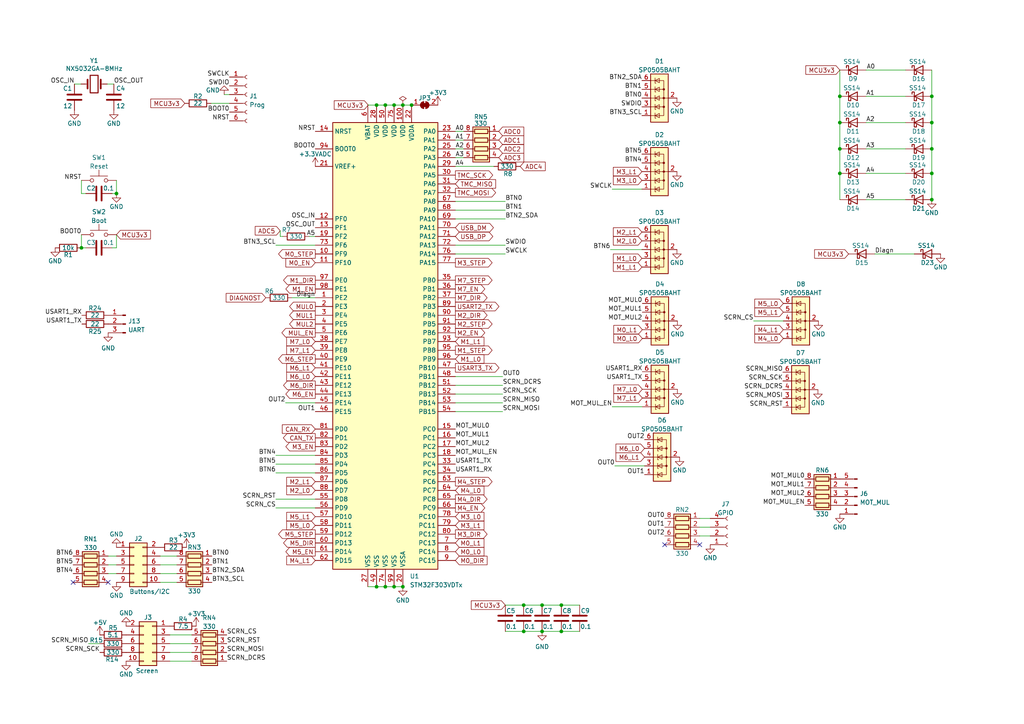
<source format=kicad_sch>
(kicad_sch (version 20211123) (generator eeschema)
  (paper "A4")
  (junction (at 151.892 175.514))
  (junction (at 23.622 71.882))
  (junction (at 243.586 27.94))
  (junction (at 270.256 43.18))
  (junction (at 157.226 183.134))
  (junction (at 109.22 170.18))
  (junction (at 116.84 170.18))
  (junction (at 111.76 30.48))
  (junction (at 119.38 30.48))
  (junction (at 157.226 175.514))
  (junction (at 243.586 43.18))
  (junction (at 243.586 35.56))
  (junction (at 109.22 30.48))
  (junction (at 270.256 35.56))
  (junction (at 114.3 30.48))
  (junction (at 162.814 175.514))
  (junction (at 111.76 170.18))
  (junction (at 114.3 170.18))
  (junction (at 33.782 56.134))
  (junction (at 270.256 57.912))
  (junction (at 270.256 50.292))
  (junction (at 151.892 183.134))
  (junction (at 270.256 27.94))
  (junction (at 162.814 183.134))
  (junction (at 243.586 50.292))
  (junction (at 116.84 30.48))
  (no_connect (at 21.209 168.91))
  (no_connect (at 31.369 168.91))
  (no_connect (at 192.786 157.988))
  (no_connect (at 202.946 157.988))
  (wire (pts (xy 270.256 35.56) (xy 270.256 43.18)))
  (wire (pts (xy 49.276 186.69) (xy 55.626 186.69)))
  (wire (pts (xy 251.206 20.32) (xy 262.636 20.32)))
  (wire (pts (xy 114.3 170.18) (xy 116.84 170.18)))
  (wire (pts (xy 84.709 86.36) (xy 91.44 86.36)))
  (wire (pts (xy 106.68 170.18) (xy 109.22 170.18)))
  (wire (pts (xy 32.512 71.882) (xy 33.782 71.882)))
  (wire (pts (xy 145.796 114.3) (xy 132.08 114.3)))
  (wire (pts (xy 46.482 163.83) (xy 51.308 163.83)))
  (wire (pts (xy 81.28 68.58) (xy 82.042 68.58)))
  (wire (pts (xy 251.206 50.292) (xy 262.636 50.292)))
  (wire (pts (xy 162.814 175.514) (xy 168.148 175.514)))
  (wire (pts (xy 80.01 134.62) (xy 91.44 134.62)))
  (wire (pts (xy 146.558 63.5) (xy 132.08 63.5)))
  (wire (pts (xy 157.226 183.134) (xy 162.814 183.134)))
  (wire (pts (xy 82.804 116.84) (xy 91.44 116.84)))
  (wire (pts (xy 243.586 50.292) (xy 243.586 57.912)))
  (wire (pts (xy 33.02 24.384) (xy 31.115 24.384)))
  (wire (pts (xy 134.493 45.72) (xy 132.08 45.72)))
  (wire (pts (xy 46.482 161.29) (xy 51.308 161.29)))
  (wire (pts (xy 23.622 56.134) (xy 23.622 52.324)))
  (wire (pts (xy 145.796 111.76) (xy 132.08 111.76)))
  (wire (pts (xy 116.84 30.48) (xy 119.38 30.48)))
  (wire (pts (xy 89.662 68.58) (xy 91.44 68.58)))
  (wire (pts (xy 251.206 57.912) (xy 262.636 57.912)))
  (wire (pts (xy 31.369 166.37) (xy 33.782 166.37)))
  (wire (pts (xy 151.892 175.514) (xy 157.226 175.514)))
  (wire (pts (xy 33.782 52.324) (xy 33.782 56.134)))
  (wire (pts (xy 65.024 27.432) (xy 66.548 27.432)))
  (wire (pts (xy 114.3 30.48) (xy 116.84 30.48)))
  (wire (pts (xy 80.01 71.12) (xy 91.44 71.12)))
  (wire (pts (xy 270.256 27.94) (xy 270.256 35.56)))
  (wire (pts (xy 251.206 43.18) (xy 262.636 43.18)))
  (wire (pts (xy 251.206 35.56) (xy 262.636 35.56)))
  (wire (pts (xy 251.206 27.94) (xy 262.636 27.94)))
  (wire (pts (xy 145.796 119.38) (xy 132.08 119.38)))
  (wire (pts (xy 134.493 43.18) (xy 132.08 43.18)))
  (wire (pts (xy 80.01 144.78) (xy 91.44 144.78)))
  (wire (pts (xy 46.482 168.91) (xy 51.308 168.91)))
  (wire (pts (xy 218.567 93.091) (xy 227.203 93.091)))
  (wire (pts (xy 109.22 30.48) (xy 111.76 30.48)))
  (wire (pts (xy 243.586 27.94) (xy 243.586 35.56)))
  (wire (pts (xy 23.622 68.072) (xy 23.622 71.882)))
  (wire (pts (xy 178.308 135.128) (xy 186.944 135.128)))
  (wire (pts (xy 49.276 184.15) (xy 55.626 184.15)))
  (wire (pts (xy 132.08 48.26) (xy 143.256 48.26)))
  (wire (pts (xy 31.369 163.83) (xy 33.782 163.83)))
  (wire (pts (xy 33.782 71.882) (xy 33.782 68.072)))
  (wire (pts (xy 202.946 152.908) (xy 205.994 152.908)))
  (wire (pts (xy 81.28 66.929) (xy 81.28 68.58)))
  (wire (pts (xy 31.369 161.29) (xy 33.782 161.29)))
  (wire (pts (xy 146.558 175.514) (xy 151.892 175.514)))
  (wire (pts (xy 253.746 73.66) (xy 265.176 73.66)))
  (wire (pts (xy 21.59 24.384) (xy 23.495 24.384)))
  (wire (pts (xy 49.276 189.23) (xy 55.626 189.23)))
  (wire (pts (xy 243.586 35.56) (xy 243.586 43.18)))
  (wire (pts (xy 151.892 183.134) (xy 157.226 183.134)))
  (wire (pts (xy 80.01 132.08) (xy 91.44 132.08)))
  (wire (pts (xy 157.226 175.514) (xy 162.814 175.514)))
  (wire (pts (xy 177.546 54.864) (xy 186.182 54.864)))
  (wire (pts (xy 202.946 150.368) (xy 205.994 150.368)))
  (wire (pts (xy 61.214 29.972) (xy 66.548 29.972)))
  (wire (pts (xy 146.558 183.134) (xy 151.892 183.134)))
  (wire (pts (xy 46.482 166.37) (xy 51.308 166.37)))
  (wire (pts (xy 177.038 72.39) (xy 186.182 72.39)))
  (wire (pts (xy 109.22 170.18) (xy 111.76 170.18)))
  (wire (pts (xy 23.622 71.882) (xy 24.892 71.882)))
  (wire (pts (xy 132.08 73.66) (xy 146.558 73.66)))
  (wire (pts (xy 202.946 155.448) (xy 205.994 155.448)))
  (wire (pts (xy 134.493 40.64) (xy 132.08 40.64)))
  (wire (pts (xy 177.546 117.983) (xy 186.309 117.983)))
  (wire (pts (xy 146.558 58.42) (xy 132.08 58.42)))
  (wire (pts (xy 270.256 20.32) (xy 270.256 27.94)))
  (wire (pts (xy 134.493 38.1) (xy 132.08 38.1)))
  (wire (pts (xy 270.256 50.292) (xy 270.256 57.912)))
  (wire (pts (xy 33.782 56.134) (xy 32.512 56.134)))
  (wire (pts (xy 132.08 71.12) (xy 146.558 71.12)))
  (wire (pts (xy 111.76 170.18) (xy 114.3 170.18)))
  (wire (pts (xy 145.796 116.84) (xy 132.08 116.84)))
  (wire (pts (xy 111.76 30.48) (xy 114.3 30.48)))
  (wire (pts (xy 49.276 191.77) (xy 55.626 191.77)))
  (wire (pts (xy 243.586 20.32) (xy 243.586 27.94)))
  (wire (pts (xy 25.654 186.69) (xy 28.956 186.69)))
  (wire (pts (xy 80.01 147.32) (xy 91.44 147.32)))
  (wire (pts (xy 80.01 137.16) (xy 91.44 137.16)))
  (wire (pts (xy 145.796 109.22) (xy 132.08 109.22)))
  (wire (pts (xy 106.68 30.48) (xy 109.22 30.48)))
  (wire (pts (xy 162.814 183.134) (xy 168.148 183.134)))
  (wire (pts (xy 24.892 56.134) (xy 23.622 56.134)))
  (wire (pts (xy 270.256 43.18) (xy 270.256 50.292)))
  (wire (pts (xy 146.558 60.96) (xy 132.08 60.96)))
  (wire (pts (xy 243.586 43.18) (xy 243.586 50.292)))
  (label "BTN0" (at 146.558 58.42 0))
  (label "USART1_TX" (at 132.08 134.62 0))
  (label "SCRN_MOSI" (at 65.786 189.23 0))
  (label "MOT_MUL1" (at 186.309 90.551 180))
  (label "BTN3_SCL" (at 80.01 71.12 180))
  (label "USART1_RX" (at 23.749 91.44 180))
  (label "SCRN_RST" (at 227.076 118.11 180))
  (label "A5" (at 91.44 68.58 180))
  (label "BTN5" (at 21.209 163.83 180))
  (label "BTN2_SDA" (at 186.182 23.368 180))
  (label "OUT0" (at 178.308 135.128 180))
  (label "NRST" (at 91.44 38.1 180))
  (label "BTN5" (at 80.01 134.62 180))
  (label "USART1_RX" (at 186.309 107.823 180))
  (label "SCRN_SCK" (at 28.956 189.23 180))
  (label "MOT_MUL_EN" (at 233.426 146.558 180))
  (label "BTN4" (at 21.209 166.37 180))
  (label "BTN0" (at 186.182 28.448 180))
  (label "SCRN_SCK" (at 145.796 114.3 0))
  (label "SCRN_DCRS" (at 227.076 113.03 180))
  (label "SWCLK" (at 177.546 54.864 180))
  (label "A0" (at 132.08 38.1 0))
  (label "BTN1" (at 146.558 60.96 0))
  (label "OSC_IN" (at 91.44 63.5 180))
  (label "MOT_MUL2" (at 186.309 93.091 180))
  (label "BTN1" (at 61.468 163.83 0))
  (label "BOOT0" (at 23.622 68.072 180))
  (label "BTN4" (at 80.01 132.08 180))
  (label "A4" (at 251.206 50.292 0))
  (label "SWCLK" (at 66.548 22.352 180))
  (label "BTN1" (at 186.182 25.908 180))
  (label "SCRN_MISO" (at 227.076 107.95 180))
  (label "A1" (at 251.206 27.94 0))
  (label "MOT_MUL1" (at 132.08 127 0))
  (label "SCRN_DCRS" (at 65.786 191.77 0))
  (label "SWCLK" (at 146.558 73.66 0))
  (label "OUT1" (at 186.944 137.668 180))
  (label "MOT_MUL0" (at 186.309 88.011 180))
  (label "SCRN_RST" (at 65.786 186.69 0))
  (label "NRST" (at 66.548 35.052 180))
  (label "Diagn" (at 91.44 86.36 180))
  (label "BTN3_SCL" (at 186.182 33.528 180))
  (label "BTN5" (at 186.182 44.704 180))
  (label "Diagn" (at 253.746 73.66 0))
  (label "MOT_MUL2" (at 233.426 144.018 180))
  (label "SCRN_MOSI" (at 227.076 115.57 180))
  (label "BTN2_SDA" (at 61.468 166.37 0))
  (label "OUT0" (at 145.796 109.22 0))
  (label "OSC_IN" (at 21.59 24.384 180))
  (label "SCRN_CS" (at 80.01 147.32 180))
  (label "SCRN_CS" (at 65.786 184.15 0))
  (label "SCRN_MISO" (at 145.796 116.84 0))
  (label "A0" (at 251.333 20.32 0))
  (label "OSC_OUT" (at 91.44 66.04 180))
  (label "MOT_MUL_EN" (at 132.08 132.08 0))
  (label "OUT2" (at 82.804 116.84 180))
  (label "A3" (at 132.08 45.72 0))
  (label "SCRN_MISO" (at 25.654 186.69 180))
  (label "BTN3_SCL" (at 61.468 168.91 0))
  (label "USART1_TX" (at 23.749 93.98 180))
  (label "A1" (at 132.08 40.64 0))
  (label "SCRN_MOSI" (at 145.796 119.38 0))
  (label "OUT2" (at 192.786 155.448 180))
  (label "SWDIO" (at 146.558 71.12 0))
  (label "USART1_RX" (at 132.08 137.16 0))
  (label "SWDIO" (at 186.182 30.988 180))
  (label "MOT_MUL1" (at 233.426 141.478 180))
  (label "SCRN_SCK" (at 227.076 110.49 180))
  (label "MOT_MUL_EN" (at 177.546 117.983 180))
  (label "BTN0" (at 61.468 161.29 0))
  (label "BOOT0" (at 91.44 43.18 180))
  (label "BOOT0" (at 66.548 32.512 180))
  (label "OUT1" (at 91.44 119.38 180))
  (label "BTN2_SDA" (at 146.558 63.5 0))
  (label "OUT2" (at 186.944 127.508 180))
  (label "SCRN_CS" (at 218.567 93.091 180))
  (label "BTN6" (at 21.209 161.29 180))
  (label "SCRN_DCRS" (at 145.796 111.76 0))
  (label "SWDIO" (at 66.548 24.892 180))
  (label "OUT1" (at 192.786 152.908 180))
  (label "OSC_OUT" (at 33.02 24.384 0))
  (label "A5" (at 251.206 57.912 0))
  (label "OUT0" (at 192.786 150.368 180))
  (label "USART1_TX" (at 186.309 110.363 180))
  (label "SCRN_RST" (at 80.01 144.78 180))
  (label "BTN6" (at 177.038 72.39 180))
  (label "BTN6" (at 80.01 137.16 180))
  (label "MOT_MUL0" (at 132.08 124.46 0))
  (label "MOT_MUL0" (at 233.426 138.938 180))
  (label "MOT_MUL2" (at 132.08 129.54 0))
  (label "BTN4" (at 186.182 47.244 180))
  (label "A4" (at 132.08 48.26 0))
  (label "A2" (at 132.08 43.18 0))
  (label "A2" (at 251.206 35.56 0))
  (label "NRST" (at 23.622 52.324 180))
  (label "A3" (at 251.206 43.18 0))
  (global_label "M0_L0" (shape input) (at 186.309 98.171 180) (property "Intersheet References" "${INTERSHEET_REFS}" (effects hide)))
  (global_label "M4_L0" (shape input) (at 132.08 142.24 0) (property "Intersheet References" "${INTERSHEET_REFS}" (effects hide)))
  (global_label "M1_DIR" (shape output) (at 91.44 81.28 180) (property "Intersheet References" "${INTERSHEET_REFS}" (effects hide)))
  (global_label "M5_L0" (shape input) (at 91.44 152.4 180) (property "Intersheet References" "${INTERSHEET_REFS}" (effects hide)))
  (global_label "M5_L1" (shape input) (at 227.203 90.551 180) (property "Intersheet References" "${INTERSHEET_REFS}" (effects hide)))
  (global_label "MUL1" (shape output) (at 91.44 91.44 180) (property "Intersheet References" "${INTERSHEET_REFS}" (effects hide)))
  (global_label "M2_L0" (shape input) (at 91.44 142.24 180) (property "Intersheet References" "${INTERSHEET_REFS}" (effects hide)))
  (global_label "M7_EN" (shape output) (at 132.08 83.82 0) (property "Intersheet References" "${INTERSHEET_REFS}" (effects hide)))
  (global_label "M5_EN" (shape output) (at 91.44 160.02 180) (property "Intersheet References" "${INTERSHEET_REFS}" (effects hide)))
  (global_label "MCU3v3" (shape input) (at 106.807 30.48 180) (property "Intersheet References" "${INTERSHEET_REFS}" (effects hide)))
  (global_label "DIAGNOST" (shape input) (at 77.089 86.36 180) (property "Intersheet References" "${INTERSHEET_REFS}" (effects hide)))
  (global_label "M1_L1" (shape input) (at 186.182 77.47 180) (property "Intersheet References" "${INTERSHEET_REFS}" (effects hide)))
  (global_label "TMC_MISO" (shape input) (at 132.08 53.34 0) (property "Intersheet References" "${INTERSHEET_REFS}" (effects hide)))
  (global_label "CAN_RX" (shape input) (at 91.44 124.46 180) (property "Intersheet References" "${INTERSHEET_REFS}" (effects hide)))
  (global_label "MCU3v3" (shape input) (at 246.126 73.66 180) (property "Intersheet References" "${INTERSHEET_REFS}" (effects hide)))
  (global_label "M6_L0" (shape input) (at 186.944 130.048 180) (property "Intersheet References" "${INTERSHEET_REFS}" (effects hide)))
  (global_label "M3_L0" (shape input) (at 186.182 52.324 180) (property "Intersheet References" "${INTERSHEET_REFS}" (effects hide)))
  (global_label "M0_EN" (shape input) (at 91.44 76.2 180) (property "Intersheet References" "${INTERSHEET_REFS}" (effects hide)))
  (global_label "M6_L1" (shape input) (at 91.44 106.68 180) (property "Intersheet References" "${INTERSHEET_REFS}" (effects hide)))
  (global_label "MCU3v3" (shape input) (at 146.558 175.514 180) (property "Intersheet References" "${INTERSHEET_REFS}" (effects hide)))
  (global_label "M5_DIR" (shape output) (at 91.44 157.48 180) (property "Intersheet References" "${INTERSHEET_REFS}" (effects hide)))
  (global_label "M3_EN" (shape output) (at 91.44 129.54 180) (property "Intersheet References" "${INTERSHEET_REFS}" (effects hide)))
  (global_label "M7_L1" (shape input) (at 91.44 101.6 180) (property "Intersheet References" "${INTERSHEET_REFS}" (effects hide)))
  (global_label "M0_STEP" (shape output) (at 91.44 73.66 180) (property "Intersheet References" "${INTERSHEET_REFS}" (effects hide)))
  (global_label "ADC4" (shape input) (at 150.876 48.26 0) (property "Intersheet References" "${INTERSHEET_REFS}" (effects hide)))
  (global_label "M7_L0" (shape input) (at 186.309 112.903 180) (property "Intersheet References" "${INTERSHEET_REFS}" (effects hide)))
  (global_label "M2_L0" (shape input) (at 186.182 69.85 180) (property "Intersheet References" "${INTERSHEET_REFS}" (effects hide)))
  (global_label "M1_L1" (shape input) (at 132.08 99.06 0) (property "Intersheet References" "${INTERSHEET_REFS}" (effects hide)))
  (global_label "ADC2" (shape input) (at 144.653 43.18 0) (property "Intersheet References" "${INTERSHEET_REFS}" (effects hide)))
  (global_label "M7_STEP" (shape output) (at 132.08 81.28 0) (property "Intersheet References" "${INTERSHEET_REFS}" (effects hide)))
  (global_label "M6_L1" (shape input) (at 186.944 132.588 180) (property "Intersheet References" "${INTERSHEET_REFS}" (effects hide)))
  (global_label "MUL0" (shape output) (at 91.44 88.9 180) (property "Intersheet References" "${INTERSHEET_REFS}" (effects hide)))
  (global_label "M2_L1" (shape input) (at 186.182 67.31 180) (property "Intersheet References" "${INTERSHEET_REFS}" (effects hide)))
  (global_label "M0_DIR" (shape input) (at 132.08 162.56 0) (property "Intersheet References" "${INTERSHEET_REFS}" (effects hide)))
  (global_label "M1_EN" (shape output) (at 91.44 83.82 180) (property "Intersheet References" "${INTERSHEET_REFS}" (effects hide)))
  (global_label "M2_L1" (shape input) (at 91.44 139.7 180) (property "Intersheet References" "${INTERSHEET_REFS}" (effects hide)))
  (global_label "M2_EN" (shape output) (at 132.08 96.52 0) (property "Intersheet References" "${INTERSHEET_REFS}" (effects hide)))
  (global_label "M2_DIR" (shape output) (at 132.08 91.44 0) (property "Intersheet References" "${INTERSHEET_REFS}" (effects hide)))
  (global_label "MCU3v3" (shape input) (at 53.594 29.972 180) (property "Intersheet References" "${INTERSHEET_REFS}" (effects hide)))
  (global_label "M3_L1" (shape input) (at 132.08 152.4 0) (property "Intersheet References" "${INTERSHEET_REFS}" (effects hide)))
  (global_label "M4_L0" (shape input) (at 227.203 98.171 180) (property "Intersheet References" "${INTERSHEET_REFS}" (effects hide)))
  (global_label "M0_L1" (shape input) (at 132.08 157.48 0) (property "Intersheet References" "${INTERSHEET_REFS}" (effects hide)))
  (global_label "MCU3v3" (shape input) (at 33.782 68.072 0) (property "Intersheet References" "${INTERSHEET_REFS}" (effects hide)))
  (global_label "M6_DIR" (shape output) (at 91.44 111.76 180) (property "Intersheet References" "${INTERSHEET_REFS}" (effects hide)))
  (global_label "MUL_EN" (shape output) (at 91.44 96.52 180) (property "Intersheet References" "${INTERSHEET_REFS}" (effects hide)))
  (global_label "USB_DM" (shape bidirectional) (at 132.08 66.04 0) (property "Intersheet References" "${INTERSHEET_REFS}" (effects hide)))
  (global_label "M3_L0" (shape input) (at 132.08 149.86 0) (property "Intersheet References" "${INTERSHEET_REFS}" (effects hide)))
  (global_label "M4_STEP" (shape output) (at 132.08 139.7 0) (property "Intersheet References" "${INTERSHEET_REFS}" (effects hide)))
  (global_label "USART3_TX" (shape output) (at 132.08 106.68 0) (property "Intersheet References" "${INTERSHEET_REFS}" (effects hide)))
  (global_label "M4_L1" (shape input) (at 227.203 95.631 180) (property "Intersheet References" "${INTERSHEET_REFS}" (effects hide)))
  (global_label "TMC_SCK" (shape output) (at 132.08 50.8 0) (property "Intersheet References" "${INTERSHEET_REFS}" (effects hide)))
  (global_label "ADC0" (shape input) (at 144.653 38.1 0) (property "Intersheet References" "${INTERSHEET_REFS}" (effects hide)))
  (global_label "M0_L1" (shape input) (at 186.309 95.631 180) (property "Intersheet References" "${INTERSHEET_REFS}" (effects hide)))
  (global_label "M5_STEP" (shape output) (at 91.44 154.94 180) (property "Intersheet References" "${INTERSHEET_REFS}" (effects hide)))
  (global_label "MCU3v3" (shape input) (at 243.586 20.32 180) (property "Intersheet References" "${INTERSHEET_REFS}" (effects hide)))
  (global_label "M4_L1" (shape input) (at 91.44 162.56 180) (property "Intersheet References" "${INTERSHEET_REFS}" (effects hide)))
  (global_label "ADC1" (shape input) (at 144.653 40.64 0) (property "Intersheet References" "${INTERSHEET_REFS}" (effects hide)))
  (global_label "M4_DIR" (shape output) (at 132.08 144.78 0) (property "Intersheet References" "${INTERSHEET_REFS}" (effects hide)))
  (global_label "M5_L1" (shape input) (at 91.44 149.86 180) (property "Intersheet References" "${INTERSHEET_REFS}" (effects hide)))
  (global_label "CAN_TX" (shape output) (at 91.44 127 180) (property "Intersheet References" "${INTERSHEET_REFS}" (effects hide)))
  (global_label "TMC_MOSI" (shape output) (at 132.08 55.88 0) (property "Intersheet References" "${INTERSHEET_REFS}" (effects hide)))
  (global_label "M2_STEP" (shape output) (at 132.08 93.98 0) (property "Intersheet References" "${INTERSHEET_REFS}" (effects hide)))
  (global_label "M7_DIR" (shape output) (at 132.08 86.36 0) (property "Intersheet References" "${INTERSHEET_REFS}" (effects hide)))
  (global_label "MUL2" (shape output) (at 91.44 93.98 180) (property "Intersheet References" "${INTERSHEET_REFS}" (effects hide)))
  (global_label "M5_L0" (shape input) (at 227.203 88.011 180) (property "Intersheet References" "${INTERSHEET_REFS}" (effects hide)))
  (global_label "M1_STEP" (shape output) (at 132.08 101.6 0) (property "Intersheet References" "${INTERSHEET_REFS}" (effects hide)))
  (global_label "M0_L0" (shape input) (at 132.08 160.02 0) (property "Intersheet References" "${INTERSHEET_REFS}" (effects hide)))
  (global_label "M7_L0" (shape input) (at 91.44 99.06 180) (property "Intersheet References" "${INTERSHEET_REFS}" (effects hide)))
  (global_label "M6_STEP" (shape output) (at 91.44 104.14 180) (property "Intersheet References" "${INTERSHEET_REFS}" (effects hide)))
  (global_label "USB_DP" (shape bidirectional) (at 132.08 68.58 0) (property "Intersheet References" "${INTERSHEET_REFS}" (effects hide)))
  (global_label "M4_EN" (shape output) (at 132.08 147.32 0) (property "Intersheet References" "${INTERSHEET_REFS}" (effects hide)))
  (global_label "M7_L1" (shape input) (at 186.309 115.443 180) (property "Intersheet References" "${INTERSHEET_REFS}" (effects hide)))
  (global_label "M3_L1" (shape input) (at 186.182 49.784 180) (property "Intersheet References" "${INTERSHEET_REFS}" (effects hide)))
  (global_label "M3_STEP" (shape output) (at 132.08 76.2 0) (property "Intersheet References" "${INTERSHEET_REFS}" (effects hide)))
  (global_label "ADC5" (shape input) (at 81.28 66.929 180) (property "Intersheet References" "${INTERSHEET_REFS}" (effects hide)))
  (global_label "M1_L0" (shape input) (at 186.182 74.93 180) (property "Intersheet References" "${INTERSHEET_REFS}" (effects hide)))
  (global_label "ADC3" (shape input) (at 144.653 45.72 0) (property "Intersheet References" "${INTERSHEET_REFS}" (effects hide)))
  (global_label "M6_EN" (shape output) (at 91.44 114.3 180) (property "Intersheet References" "${INTERSHEET_REFS}" (effects hide)))
  (global_label "USART2_TX" (shape output) (at 132.08 88.9 0) (property "Intersheet References" "${INTERSHEET_REFS}" (effects hide)))
  (global_label "M1_L0" (shape input) (at 132.08 104.14 0) (property "Intersheet References" "${INTERSHEET_REFS}" (effects hide)))
  (global_label "M6_L0" (shape input) (at 91.44 109.22 180) (property "Intersheet References" "${INTERSHEET_REFS}" (effects hide)))
  (global_label "M3_DIR" (shape output) (at 132.08 154.94 0) (property "Intersheet References" "${INTERSHEET_REFS}" (effects hide)))
  (symbol (lib_id "Device:C") (at 157.226 179.324 0) (unit 1)
    (property "Reference" "C7" (at 157.48 177.165 0) (effects (justify left)))
    (property "Value" "0.1" (at 157.353 181.737 0) (effects (justify left)))
    (property "Footprint" "Capacitor_SMD:C_0603_1608Metric_Pad1.08x0.95mm_HandSolder" (effects hide))
  )
  (symbol (lib_id "stm32-rescue:GND") (at 36.576 181.61 180) (unit 1)
    (property "Reference" "#PWR0111" (effects hide))
    (property "Value" "GND" (at 36.576 177.8 0))
  )
  (symbol (lib_id "Device:R") (at 32.766 189.23 90) (unit 1)
    (property "Reference" "R14" (at 32.512 191.262 90))
    (property "Value" "330" (at 32.766 189.23 90))
    (property "Footprint" "Resistor_SMD:R_0603_1608Metric_Pad0.98x0.95mm_HandSolder" (effects hide))
  )
  (symbol (lib_id "Connector:Conn_01x06_Female") (at 71.628 27.432 0) (unit 1)
    (property "Reference" "J1" (at 72.3392 27.8673 0) (effects (justify left)))
    (property "Value" "Prog" (at 72.3392 30.4042 0) (effects (justify left)))
    (property "Footprint" "Connector_PinSocket_1.27mm:PinSocket_1x06_P1.27mm_Vertical" (effects hide))
  )
  (symbol (lib_id "Device:R") (at 57.404 29.972 90) (unit 1)
    (property "Reference" "R2" (at 57.404 27.94 90))
    (property "Value" "22" (at 57.404 29.972 90))
    (property "Footprint" "Resistor_SMD:R_0603_1608Metric_Pad0.98x0.95mm_HandSolder" (effects hide))
  )
  (symbol (lib_id "Device:R_Pack04") (at 238.506 144.018 90) (mirror x) (unit 1)
    (property "Reference" "RN6" (at 238.506 136.398 90))
    (property "Value" "330" (at 238.506 149.098 90))
    (property "Footprint" "Resistor_SMD:R_Array_Convex_4x0603" (effects hide))
  )
  (symbol (lib_id "power:GND") (at 116.84 170.18 0) (unit 1)
    (property "Reference" "#PWR07" (effects hide))
    (property "Value" "GND" (at 116.84 174.117 0))
  )
  (symbol (lib_id "power:+5V") (at 28.956 184.15 0) (unit 1)
    (property "Reference" "#PWR0116" (effects hide))
    (property "Value" "+5V" (at 28.956 180.5742 0))
  )
  (symbol (lib_id "Device:D_Schottky") (at 266.446 35.56 0) (unit 1)
    (property "Reference" "D18" (at 266.446 38.1 0))
    (property "Value" "SS14" (at 266.1285 33.1271 0))
    (property "Footprint" "Diode_SMD:D_SOD-323_HandSoldering" (effects hide))
  )
  (symbol (lib_id "power:+3V3") (at 127 30.48 0) (unit 1)
    (property "Reference" "#PWR08" (effects hide))
    (property "Value" "+3V3" (at 127 26.9042 0))
  )
  (symbol (lib_id "MCU_ST_STM32F3:STM32F303VDTx") (at 111.76 99.06 0) (unit 1)
    (property "Reference" "U1" (at 118.8594 167.1304 0) (effects (justify left)))
    (property "Value" "STM32F303VDTx" (at 118.8594 169.6673 0) (effects (justify left)))
    (property "Footprint" "Package_QFP:LQFP-100_14x14mm_P0.5mm" (effects hide))
    (property "Datasheet" "http://www.st.com/st-web-ui/static/active/en/resource/technical/document/datasheet/DM00118585.pdf" (effects hide))
  )
  (symbol (lib_id "Connector:Conn_01x04_Female") (at 211.074 155.448 0) (mirror x) (unit 1)
    (property "Reference" "J7" (at 210.439 146.211 0))
    (property "Value" "GPIO" (at 210.439 148.7479 0))
    (property "Footprint" "Connector_JST:JST_PH_B4B-PH-K_1x04_P2.00mm_Vertical" (effects hide))
  )
  (symbol (lib_id "Device:D_Schottky") (at 247.396 43.18 0) (unit 1)
    (property "Reference" "D12" (at 247.396 45.72 0))
    (property "Value" "SS14" (at 247.0785 40.7471 0))
    (property "Footprint" "Diode_SMD:D_SOD-323_HandSoldering" (effects hide))
  )
  (symbol (lib_id "Device:C") (at 162.814 179.324 0) (unit 1)
    (property "Reference" "C8" (at 163.068 177.165 0) (effects (justify left)))
    (property "Value" "0.1" (at 162.941 181.737 0) (effects (justify left)))
    (property "Footprint" "Capacitor_SMD:C_0603_1608Metric_Pad1.08x0.95mm_HandSolder" (effects hide))
  )
  (symbol (lib_id "Device:R") (at 53.086 181.61 90) (unit 1)
    (property "Reference" "R4" (at 53.086 179.578 90))
    (property "Value" "7.5" (at 53.086 181.61 90))
    (property "Footprint" "Resistor_SMD:R_0603_1608Metric_Pad0.98x0.95mm_HandSolder" (effects hide))
  )
  (symbol (lib_id "Switch:SW_Push") (at 28.702 52.324 0) (unit 1)
    (property "Reference" "SW1" (at 28.702 45.7032 0))
    (property "Value" "Reset" (at 28.702 48.2401 0))
    (property "Footprint" "Button_Switch_SMD:SW_SPST_FSMSM" (effects hide))
  )
  (symbol (lib_id "stm32-rescue:GND") (at 197.104 132.588 0) (unit 1)
    (property "Reference" "#PWR0110" (effects hide))
    (property "Value" "GND" (at 197.104 136.398 0))
  )
  (symbol (lib_id "Device:D_Schottky") (at 249.936 73.66 0) (unit 1)
    (property "Reference" "D15" (at 249.936 76.2 0))
    (property "Value" "SS14" (at 249.6185 71.2271 0))
    (property "Footprint" "Diode_SMD:D_SOD-323_HandSoldering" (effects hide))
  )
  (symbol (lib_id "stm32-rescue:GND") (at 237.236 113.03 0) (unit 1)
    (property "Reference" "#PWR0106" (effects hide))
    (property "Value" "GND" (at 237.236 116.84 0))
  )
  (symbol (lib_id "Device:R_Pack04") (at 139.573 43.18 90) (mirror x) (unit 1)
    (property "Reference" "RN5" (at 139.446 33.909 90))
    (property "Value" "330" (at 139.446 35.814 90))
    (property "Footprint" "Resistor_SMD:R_Array_Convex_4x0603" (effects hide))
  )
  (symbol (lib_id "Connector_Generic:Conn_02x05_Odd_Even") (at 44.196 186.69 0) (mirror y) (unit 1)
    (property "Reference" "J3" (at 42.926 179.07 0))
    (property "Value" "Screen" (at 42.672 194.564 0))
    (property "Footprint" "Connector_IDC:IDC-Header_2x05_P2.54mm_Vertical" (effects hide))
  )
  (symbol (lib_id "stm32-rescue:GND") (at 205.994 157.988 0) (unit 1)
    (property "Reference" "#PWR015" (effects hide))
    (property "Value" "GND" (at 205.994 161.798 0))
  )
  (symbol (lib_id "power:GND") (at 65.024 27.432 180) (unit 1)
    (property "Reference" "#PWR012" (effects hide))
    (property "Value" "GND" (at 59.69 26.162 0) (effects (justify right)))
  )
  (symbol (lib_id "Device:R") (at 50.292 158.75 90) (unit 1)
    (property "Reference" "R3" (at 50.292 156.718 90))
    (property "Value" "22" (at 50.292 158.75 90))
    (property "Footprint" "Resistor_SMD:R_0603_1608Metric_Pad0.98x0.95mm_HandSolder" (effects hide))
  )
  (symbol (lib_id "Device:R_Pack04") (at 197.866 155.448 90) (mirror x) (unit 1)
    (property "Reference" "RN2" (at 197.866 147.828 90))
    (property "Value" "330" (at 197.866 160.528 90))
    (property "Footprint" "Resistor_SMD:R_Array_Convex_4x0603" (effects hide))
  )
  (symbol (lib_id "power:GND") (at 31.369 96.52 0) (unit 1)
    (property "Reference" "#PWR042" (effects hide))
    (property "Value" "GND" (at 31.369 100.9634 0))
  )
  (symbol (lib_id "stm32-rescue:GND") (at 33.782 158.75 180) (unit 1)
    (property "Reference" "#PWR0112" (effects hide))
    (property "Value" "GND" (at 33.782 154.94 0))
  )
  (symbol (lib_id "Power_Protection:SP0505BAHT") (at 232.283 93.091 90) (unit 1)
    (property "Reference" "D8" (at 232.283 82.4062 90))
    (property "Value" "SP0505BAHT" (at 232.283 84.9431 90))
    (property "Footprint" "Package_TO_SOT_SMD:SOT-23-6" (effects hide))
    (property "Datasheet" "http://www.littelfuse.com/~/media/files/littelfuse/technical%20resources/documents/data%20sheets/sp05xxba.pdf" (effects hide))
  )
  (symbol (lib_id "Device:R_Pack04") (at 56.388 166.37 90) (mirror x) (unit 1)
    (property "Reference" "RN3" (at 56.388 158.75 90))
    (property "Value" "330" (at 56.388 171.45 90))
    (property "Footprint" "Resistor_SMD:R_Array_Convex_4x0603" (effects hide))
  )
  (symbol (lib_id "Device:C") (at 28.702 71.882 90) (unit 1)
    (property "Reference" "C3" (at 26.416 70.358 90))
    (property "Value" "0.1" (at 31.496 70.358 90))
    (property "Footprint" "Capacitor_SMD:C_0603_1608Metric_Pad1.08x0.95mm_HandSolder" (effects hide))
  )
  (symbol (lib_id "Device:C") (at 168.148 179.324 0) (unit 1)
    (property "Reference" "C9" (at 168.402 177.165 0) (effects (justify left)))
    (property "Value" "0.1" (at 168.275 181.737 0) (effects (justify left)))
    (property "Footprint" "Capacitor_SMD:C_0603_1608Metric_Pad1.08x0.95mm_HandSolder" (effects hide))
  )
  (symbol (lib_id "power:GND") (at 157.226 183.134 0) (unit 1)
    (property "Reference" "#PWR011" (effects hide))
    (property "Value" "GND" (at 157.226 187.5774 0))
  )
  (symbol (lib_id "Device:C") (at 28.702 56.134 90) (unit 1)
    (property "Reference" "C2" (at 26.416 54.61 90))
    (property "Value" "0.1" (at 31.496 54.61 90))
    (property "Footprint" "Capacitor_SMD:C_0603_1608Metric_Pad1.08x0.95mm_HandSolder" (effects hide))
  )
  (symbol (lib_id "Device:D_Schottky") (at 266.446 57.912 0) (unit 1)
    (property "Reference" "D21" (at 266.446 60.452 0))
    (property "Value" "SS14" (at 266.1285 55.4791 0))
    (property "Footprint" "Diode_SMD:D_SOD-323_HandSoldering" (effects hide))
  )
  (symbol (lib_id "Power_Protection:SP0505BAHT") (at 191.389 112.903 90) (unit 1)
    (property "Reference" "D5" (at 191.389 102.2182 90))
    (property "Value" "SP0505BAHT" (at 191.389 104.7551 90))
    (property "Footprint" "Package_TO_SOT_SMD:SOT-23-6" (effects hide))
    (property "Datasheet" "http://www.littelfuse.com/~/media/files/littelfuse/technical%20resources/documents/data%20sheets/sp05xxba.pdf" (effects hide))
  )
  (symbol (lib_id "Device:D_Schottky") (at 247.396 35.56 0) (unit 1)
    (property "Reference" "D11" (at 247.396 38.1 0))
    (property "Value" "SS14" (at 247.0785 33.1271 0))
    (property "Footprint" "Diode_SMD:D_SOD-323_HandSoldering" (effects hide))
  )
  (symbol (lib_id "stm32-rescue:GND") (at 196.469 112.903 0) (unit 1)
    (property "Reference" "#PWR0109" (effects hide))
    (property "Value" "GND" (at 196.469 116.713 0))
  )
  (symbol (lib_id "stm32-rescue:GND") (at 237.363 93.091 0) (unit 1)
    (property "Reference" "#PWR0105" (effects hide))
    (property "Value" "GND" (at 237.363 96.901 0))
  )
  (symbol (lib_id "stm32-rescue:GND") (at 33.782 56.134 0) (unit 1)
    (property "Reference" "#PWR03" (effects hide))
    (property "Value" "GND" (at 33.782 59.944 0))
  )
  (symbol (lib_id "Device:D_Schottky") (at 266.446 20.32 0) (unit 1)
    (property "Reference" "D16" (at 266.446 22.86 0))
    (property "Value" "SS14" (at 266.1285 17.8871 0))
    (property "Footprint" "Diode_SMD:D_SOD-323_HandSoldering" (effects hide))
  )
  (symbol (lib_id "Switch:SW_Push") (at 28.702 68.072 0) (unit 1)
    (property "Reference" "SW2" (at 28.702 61.4512 0))
    (property "Value" "Boot" (at 28.702 63.9881 0))
    (property "Footprint" "Button_Switch_SMD:SW_SPST_FSMSM" (effects hide))
  )
  (symbol (lib_id "stm32-rescue:GND") (at 16.002 71.882 0) (unit 1)
    (property "Reference" "#PWR01" (effects hide))
    (property "Value" "GND" (at 16.002 75.692 0))
  )
  (symbol (lib_id "Power_Protection:SP0505BAHT") (at 232.156 113.03 90) (unit 1)
    (property "Reference" "D7" (at 232.156 102.3452 90))
    (property "Value" "SP0505BAHT" (at 232.156 104.8821 90))
    (property "Footprint" "Package_TO_SOT_SMD:SOT-23-6" (effects hide))
    (property "Datasheet" "http://www.littelfuse.com/~/media/files/littelfuse/technical%20resources/documents/data%20sheets/sp05xxba.pdf" (effects hide))
  )
  (symbol (lib_id "Power_Protection:SP0505BAHT") (at 191.262 49.784 90) (unit 1)
    (property "Reference" "D2" (at 191.262 39.0992 90))
    (property "Value" "SP0505BAHT" (at 191.262 41.6361 90))
    (property "Footprint" "Package_TO_SOT_SMD:SOT-23-6" (effects hide))
    (property "Datasheet" "http://www.littelfuse.com/~/media/files/littelfuse/technical%20resources/documents/data%20sheets/sp05xxba.pdf" (effects hide))
  )
  (symbol (lib_id "Connector:Conn_01x03_Male") (at 36.449 93.98 0) (mirror y) (unit 1)
    (property "Reference" "J13" (at 37.1602 93.1453 0) (effects (justify right)))
    (property "Value" "UART" (at 37.1602 95.6822 0) (effects (justify right)))
    (property "Footprint" "Connector_JST:JST_PH_B3B-PH-K_1x03_P2.00mm_Vertical" (effects hide))
  )
  (symbol (lib_id "Device:D_Schottky") (at 266.446 27.94 0) (unit 1)
    (property "Reference" "D17" (at 266.446 30.48 0))
    (property "Value" "SS14" (at 266.1285 25.5071 0))
    (property "Footprint" "Diode_SMD:D_SOD-323_HandSoldering" (effects hide))
  )
  (symbol (lib_id "Power_Protection:SP0505BAHT") (at 191.262 28.448 90) (unit 1)
    (property "Reference" "D1" (at 191.262 17.7632 90))
    (property "Value" "SP0505BAHT" (at 191.262 20.3001 90))
    (property "Footprint" "Package_TO_SOT_SMD:SOT-23-6" (effects hide))
    (property "Datasheet" "http://www.littelfuse.com/~/media/files/littelfuse/technical%20resources/documents/data%20sheets/sp05xxba.pdf" (effects hide))
  )
  (symbol (lib_id "stm32-rescue:GND") (at 21.59 32.004 0) (unit 1)
    (property "Reference" "#PWR02" (effects hide))
    (property "Value" "GND" (at 21.59 35.814 0))
  )
  (symbol (lib_id "Power_Protection:SP0505BAHT") (at 191.389 93.091 90) (unit 1)
    (property "Reference" "D4" (at 191.389 82.4062 90))
    (property "Value" "SP0505BAHT" (at 191.389 84.9431 90))
    (property "Footprint" "Package_TO_SOT_SMD:SOT-23-6" (effects hide))
    (property "Datasheet" "http://www.littelfuse.com/~/media/files/littelfuse/technical%20resources/documents/data%20sheets/sp05xxba.pdf" (effects hide))
  )
  (symbol (lib_id "Device:R") (at 32.766 184.15 90) (unit 1)
    (property "Reference" "R5" (at 32.766 182.118 90))
    (property "Value" "5.1" (at 32.766 184.15 90))
    (property "Footprint" "Resistor_SMD:R_0603_1608Metric_Pad0.98x0.95mm_HandSolder" (effects hide))
  )
  (symbol (lib_id "Device:R") (at 147.066 48.26 90) (unit 1)
    (property "Reference" "R8" (at 147.32 50.419 90))
    (property "Value" "330" (at 147.066 48.26 90))
    (property "Footprint" "Resistor_SMD:R_0603_1608Metric_Pad0.98x0.95mm_HandSolder" (effects hide))
  )
  (symbol (lib_id "Connector_Generic:Conn_02x05_Odd_Even") (at 38.862 163.83 0) (unit 1)
    (property "Reference" "J2" (at 40.132 156.21 0))
    (property "Value" "Buttons/I2C" (at 43.434 171.577 0))
    (property "Footprint" "Connector_IDC:IDC-Header_2x05_P2.54mm_Vertical" (effects hide))
  )
  (symbol (lib_id "stm32-rescue:GND") (at 36.576 191.77 0) (unit 1)
    (property "Reference" "#PWR0115" (effects hide))
    (property "Value" "GND" (at 36.576 195.58 0))
  )
  (symbol (lib_id "Device:C") (at 151.892 179.324 0) (unit 1)
    (property "Reference" "C6" (at 152.146 177.165 0) (effects (justify left)))
    (property "Value" "0.1" (at 152.019 181.737 0) (effects (justify left)))
    (property "Footprint" "Capacitor_SMD:C_0603_1608Metric_Pad1.08x0.95mm_HandSolder" (effects hide))
  )
  (symbol (lib_id "stm32-rescue:GND") (at 196.469 93.091 0) (unit 1)
    (property "Reference" "#PWR0108" (effects hide))
    (property "Value" "GND" (at 196.469 96.901 0))
  )
  (symbol (lib_id "power:PWR_FLAG") (at 116.84 30.48 0) (unit 1)
    (property "Reference" "#FLG0105" (effects hide))
    (property "Value" "PWR_FLAG" (effects hide))
  )
  (symbol (lib_id "Device:R") (at 80.899 86.36 90) (unit 1)
    (property "Reference" "R6" (at 78.105 84.455 90))
    (property "Value" "330" (at 80.899 86.36 90))
    (property "Footprint" "Resistor_SMD:R_0603_1608Metric_Pad0.98x0.95mm_HandSolder" (effects hide))
  )
  (symbol (lib_id "Device:R") (at 27.559 93.98 90) (unit 1)
    (property "Reference" "R25" (at 27.559 96.139 90))
    (property "Value" "22" (at 27.559 93.98 90))
    (property "Footprint" "Resistor_SMD:R_0603_1608Metric_Pad0.98x0.95mm_HandSolder" (effects hide))
  )
  (symbol (lib_id "stm32-rescue:GND") (at 272.796 73.66 0) (unit 1)
    (property "Reference" "#PWR0104" (effects hide))
    (property "Value" "GND" (at 272.796 77.47 0))
  )
  (symbol (lib_id "Power_Protection:SP0505BAHT") (at 191.262 72.39 90) (unit 1)
    (property "Reference" "D3" (at 191.262 61.7052 90))
    (property "Value" "SP0505BAHT" (at 191.262 64.2421 90))
    (property "Footprint" "Package_TO_SOT_SMD:SOT-23-6" (effects hide))
    (property "Datasheet" "http://www.littelfuse.com/~/media/files/littelfuse/technical%20resources/documents/data%20sheets/sp05xxba.pdf" (effects hide))
  )
  (symbol (lib_id "power:+3V3") (at 56.896 181.61 0) (unit 1)
    (property "Reference" "#PWR0113" (effects hide))
    (property "Value" "+3V3" (at 56.896 178.0342 0))
  )
  (symbol (lib_id "stm32-rescue:C") (at 21.59 28.194 0) (mirror y) (unit 1)
    (property "Reference" "C1" (at 20.955 25.654 0) (effects (justify left)))
    (property "Value" "12" (at 20.955 30.734 0) (effects (justify left)))
    (property "Footprint" "Capacitor_SMD:C_0603_1608Metric_Pad1.08x0.95mm_HandSolder" (effects hide))
  )
  (symbol (lib_id "power:+3.3VADC") (at 91.44 48.26 0) (unit 1)
    (property "Reference" "#PWR06" (effects hide))
    (property "Value" "+3.3VADC" (at 91.44 44.6842 0))
  )
  (symbol (lib_id "Device:D_Schottky") (at 266.446 43.18 0) (unit 1)
    (property "Reference" "D19" (at 266.446 45.72 0))
    (property "Value" "SS14" (at 266.1285 40.7471 0))
    (property "Footprint" "Diode_SMD:D_SOD-323_HandSoldering" (effects hide))
  )
  (symbol (lib_id "stm32-rescue:GND") (at 196.342 72.39 0) (unit 1)
    (property "Reference" "#PWR0107" (effects hide))
    (property "Value" "GND" (at 196.342 76.2 0))
  )
  (symbol (lib_id "stm32-rescue:C") (at 33.02 28.194 0) (unit 1)
    (property "Reference" "C4" (at 33.655 25.654 0) (effects (justify left)))
    (property "Value" "12" (at 33.655 30.734 0) (effects (justify left)))
    (property "Footprint" "Capacitor_SMD:C_0603_1608Metric_Pad1.08x0.95mm_HandSolder" (effects hide))
  )
  (symbol (lib_id "Device:R") (at 32.766 186.69 90) (unit 1)
    (property "Reference" "R15" (at 27.94 185.674 90))
    (property "Value" "330" (at 32.766 186.69 90))
    (property "Footprint" "Resistor_SMD:R_0603_1608Metric_Pad0.98x0.95mm_HandSolder" (effects hide))
  )
  (symbol (lib_id "stm32-rescue:GND") (at 196.342 28.448 0) (unit 1)
    (property "Reference" "#PWR0102" (effects hide))
    (property "Value" "GND" (at 196.342 32.258 0))
  )
  (symbol (lib_id "stm32-rescue:GND") (at 243.586 149.098 0) (unit 1)
    (property "Reference" "#PWR0118" (effects hide))
    (property "Value" "GND" (at 243.586 152.908 0))
  )
  (symbol (lib_id "Device:R_Pack04") (at 26.289 166.37 90) (mirror x) (unit 1)
    (property "Reference" "RN1" (at 26.289 156.3202 90))
    (property "Value" "330" (at 26.289 158.8571 90))
    (property "Footprint" "Resistor_SMD:R_Array_Convex_4x0603" (effects hide))
  )
  (symbol (lib_id "Device:D_Schottky") (at 247.396 57.912 0) (unit 1)
    (property "Reference" "D14" (at 247.396 60.452 0))
    (property "Value" "SS14" (at 247.0785 55.4791 0))
    (property "Footprint" "Diode_SMD:D_SOD-323_HandSoldering" (effects hide))
  )
  (symbol (lib_id "Device:D_Schottky") (at 247.396 27.94 0) (unit 1)
    (property "Reference" "D10" (at 247.396 30.48 0))
    (property "Value" "SS14" (at 247.0785 25.5071 0))
    (property "Footprint" "Diode_SMD:D_SOD-323_HandSoldering" (effects hide))
  )
  (symbol (lib_id "Power_Protection:SP0505BAHT") (at 192.024 132.588 90) (unit 1)
    (property "Reference" "D6" (at 192.024 121.9032 90))
    (property "Value" "SP0505BAHT" (at 192.024 124.4401 90))
    (property "Footprint" "Package_TO_SOT_SMD:SOT-23-6" (effects hide))
    (property "Datasheet" "http://www.littelfuse.com/~/media/files/littelfuse/technical%20resources/documents/data%20sheets/sp05xxba.pdf" (effects hide))
  )
  (symbol (lib_id "stm32-rescue:GND") (at 196.342 49.784 0) (unit 1)
    (property "Reference" "#PWR0101" (effects hide))
    (property "Value" "GND" (at 196.342 53.594 0))
  )
  (symbol (lib_id "Connector:Conn_01x05_Male") (at 248.666 144.018 180) (unit 1)
    (property "Reference" "J6" (at 249.3772 143.1833 0) (effects (justify right)))
    (property "Value" "MOT_MUL" (at 249.3772 145.7202 0) (effects (justify right)))
    (property "Footprint" "Connector_JST:JST_PH_B5B-PH-K_1x05_P2.00mm_Vertical" (effects hide))
  )
  (symbol (lib_id "stm32-rescue:GND") (at 270.256 57.912 0) (unit 1)
    (property "Reference" "#PWR0124" (effects hide))
    (property "Value" "GND" (at 270.256 61.722 0))
  )
  (symbol (lib_id "Device:Crystal") (at 27.305 24.384 0) (unit 1)
    (property "Reference" "Y1" (at 27.305 17.5768 0))
    (property "Value" "NX5032GA-8MHz" (at 27.305 19.8882 0))
    (property "Footprint" "Crystal:Crystal_SMD_5032-2Pin_5.0x3.2mm" (effects hide))
  )
  (symbol (lib_id "Device:R_Pack04") (at 60.706 186.69 90) (unit 1)
    (property "Reference" "RN4" (at 60.706 179.1802 90))
    (property "Value" "330" (at 60.706 181.7171 90))
    (property "Footprint" "Resistor_SMD:R_Array_Convex_4x0603" (effects hide))
  )
  (symbol (lib_id "Device:R") (at 27.559 91.44 90) (unit 1)
    (property "Reference" "R24" (at 27.559 89.408 90))
    (property "Value" "22" (at 27.559 91.44 90))
    (property "Footprint" "Resistor_SMD:R_0603_1608Metric_Pad0.98x0.95mm_HandSolder" (effects hide))
  )
  (symbol (lib_id "Device:R") (at 19.812 71.882 270) (unit 1)
    (property "Reference" "R1" (at 19.812 73.914 90))
    (property "Value" "10k" (at 19.812 71.882 90))
    (property "Footprint" "Resistor_SMD:R_0603_1608Metric_Pad0.98x0.95mm_HandSolder" (effects hide))
  )
  (symbol (lib_id "stm32-rescue:GND") (at 33.782 168.91 0) (unit 1)
    (property "Reference" "#PWR0117" (effects hide))
    (property "Value" "GND" (at 33.782 172.72 0))
  )
  (symbol (lib_id "Device:C") (at 146.558 179.324 0) (unit 1)
    (property "Reference" "C5" (at 146.812 177.165 0) (effects (justify left)))
    (property "Value" "0.1" (at 146.685 181.737 0) (effects (justify left)))
    (property "Footprint" "Capacitor_SMD:C_0603_1608Metric_Pad1.08x0.95mm_HandSolder" (effects hide))
  )
  (symbol (lib_id "Device:D_Schottky") (at 247.396 20.32 0) (unit 1)
    (property "Reference" "D9" (at 247.396 22.86 0))
    (property "Value" "SS14" (at 247.0785 17.8871 0))
    (property "Footprint" "Diode_SMD:D_SOD-323_HandSoldering" (effects hide))
  )
  (symbol (lib_id "power:+3V3") (at 54.102 158.75 0) (unit 1)
    (property "Reference" "#PWR0114" (effects hide))
    (property "Value" "+3V3" (at 54.102 155.1742 0))
  )
  (symbol (lib_id "stm32-rescue:GND") (at 33.02 32.004 0) (unit 1)
    (property "Reference" "#PWR05" (effects hide))
    (property "Value" "GND" (at 33.02 35.814 0))
  )
  (symbol (lib_id "Jumper:SolderJumper_2_Bridged") (at 123.19 30.48 0) (unit 1)
    (property "Reference" "JP3" (at 123.19 28.4282 0))
    (property "Value" "MCU" (effects hide))
    (property "Footprint" "Jumper:SolderJumper-2_P1.3mm_Open_TrianglePad1.0x1.5mm" (effects hide))
  )
  (symbol (lib_id "Device:R") (at 85.852 68.58 90) (unit 1)
    (property "Reference" "R7" (at 83.058 66.675 90))
    (property "Value" "330" (at 85.852 68.58 90))
    (property "Footprint" "Resistor_SMD:R_0603_1608Metric_Pad0.98x0.95mm_HandSolder" (effects hide))
  )
  (symbol (lib_id "Device:D_Schottky") (at 266.446 50.292 0) (unit 1)
    (property "Reference" "D20" (at 266.446 52.832 0))
    (property "Value" "SS14" (at 266.1285 47.8591 0))
    (property "Footprint" "Diode_SMD:D_SOD-323_HandSoldering" (effects hide))
  )
  (symbol (lib_id "Device:D_Schottky") (at 247.396 50.292 0) (unit 1)
    (property "Reference" "D13" (at 247.396 52.832 0))
    (property "Value" "SS14" (at 247.0785 47.8591 0))
    (property "Footprint" "Diode_SMD:D_SOD-323_HandSoldering" (effects hide))
  )
  (symbol (lib_id "Device:D_Schottky") (at 268.986 73.66 0) (unit 1)
    (property "Reference" "D23" (at 268.986 76.2 0))
    (property "Value" "SS14" (at 268.6685 71.2271 0))
    (property "Footprint" "Diode_SMD:D_SOD-323_HandSoldering" (effects hide))
  )
)
</source>
